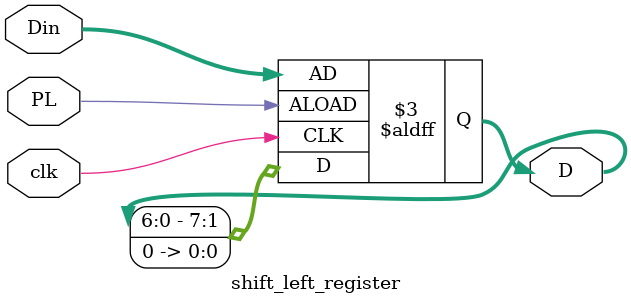
<source format=v>
`timescale 1ns / 1ps

module shift_left_register(
    input [7:0] Din,
    input PL,
    input clk,
    output reg [7:0] D
    );
    always @ (negedge clk, negedge PL) begin
      if(PL==0)
       D <=Din;
      else begin
       D[0]<=0;
       D[1]<=D[0]; 
       D[2]<=D[1];
       D[3]<=D[2];
       D[4]<=D[3];
       D[5]<=D[4];
       D[6]<=D[5];
       D[7]<=D[6];
      end
    end
endmodule

</source>
